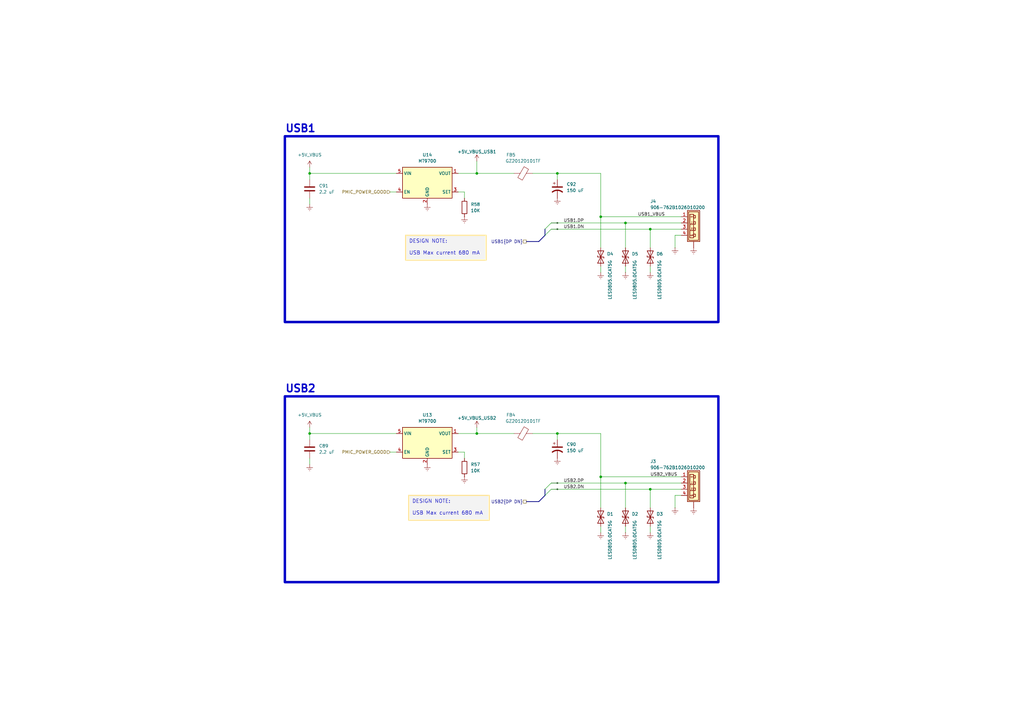
<source format=kicad_sch>
(kicad_sch (version 20231120) (generator "eeschema") (generator_version "8.0")
  (paper "A3")
  (title_block (title "i.MX6 Demo Board") (date "2024-05-26") (rev "00") (company "ts-manuel"))
  (lib_symbols
    (symbol "-- database:Capacitors/CAP_0603-2.2u-16V-X5R-10%" (pin_numbers hide) (pin_names (offset 0.254))
      (property "Reference" "C" (at 0.635 2.54 0))
      (property "Value" "2.2 uF" (at 0.635 -2.54 0))
      (symbol "Capacitors/CAP_0603-2.2u-16V-X5R-10%_0_1"
        (polyline (pts (xy -2.032 -0.762) (xy 2.032 -0.762)) (stroke (width 0.508)))
        (polyline (pts (xy -2.032 0.762) (xy 2.032 0.762)) (stroke (width 0.508)))
      )
      (symbol "Capacitors/CAP_0603-2.2u-16V-X5R-10%_1_1"
        (pin passive line (at 0 3.81 270) (length 2.794) (name "~") (number "1"))
        (pin passive line (at 0 -3.81 90) (length 2.794) (name "~") (number "2"))
      )
    )
    (symbol "-- database:Diodes/TVS_LESD8D5.0CAT5G" (pin_numbers hide) (pin_names (offset 1.016) hide)
      (property "Reference" "D" (at 0 2.54 0))
      (property "Value" "LESD8D5.0CAT5G" (at 0 -2.54 0))
      (symbol "Diodes/TVS_LESD8D5.0CAT5G_0_1"
        (polyline (pts (xy 1.27 0) (xy -1.27 0)))
        (polyline (pts (xy 0.508 1.27) (xy 0 1.27) (xy 0 -1.27) (xy -0.508 -1.27)) (stroke (width 0.254)))
        (polyline (pts (xy -2.54 1.27) (xy -2.54 -1.27) (xy 2.54 1.27) (xy 2.54 -1.27) (xy -2.54 1.27)) (stroke (width 0.254)))
      )
      (symbol "Diodes/TVS_LESD8D5.0CAT5G_1_1"
        (pin passive line (at -3.81 0 0) (length 2.54) (name "A1") (number "1"))
        (pin passive line (at 3.81 0 180) (length 2.54) (name "A2") (number "2"))
      )
    )
    (symbol "-- database:Generic/FB_GZ2012D101TF" (pin_numbers hide) (pin_names (offset 0))
      (property "Reference" "FB" (at -3.81 0.635 90))
      (property "Value" "GZ2012D101TF" (at 3.81 0 90))
      (symbol "Generic/FB_GZ2012D101TF_0_1"
        (polyline (pts (xy 0 -1.27) (xy 0 -1.2192)))
        (polyline (pts (xy 0 1.27) (xy 0 1.2954)))
        (polyline (pts (xy -2.7686 0.4064) (xy -1.7018 2.2606) (xy 2.7686 -0.3048) (xy 1.6764 -2.159) (xy -2.7686 0.4064)))
      )
      (symbol "Generic/FB_GZ2012D101TF_1_1"
        (pin passive line (at 0 3.81 270) (length 2.54) (name "~") (number "1"))
        (pin passive line (at 0 -3.81 90) (length 2.54) (name "~") (number "2"))
      )
    )
    (symbol "-- database:Integrated/INT-MT9700"
      (property "Reference" "U" (at 0.635 3.175 0))
      (property "Value" "MT9700" (at 0 0.635 0))
      (symbol "Integrated/INT-MT9700_1_0"
        (rectangle (start 0 0) (end 20.32 -12.7) (stroke (width 0.254) (color 128 0 0 1)) (fill (type background)))
        (pin power_out line (at 22.86 -2.54 180) (length 2.54) (name "VOUT") (number "1"))
        (pin power_in line (at 10.16 -15.24 90) (length 2.54) (name "GND") (number "2"))
        (pin passive line (at 22.86 -10.16 180) (length 2.54) (name "SET") (number "3"))
        (pin passive line (at -2.54 -10.16 0) (length 2.54) (name "EN") (number "4"))
        (pin power_in line (at -2.54 -2.54 0) (length 2.54) (name "VIN") (number "5"))
      )
    )
    (symbol "-- database:Mechanical/USB-A_906-762B1026D10200"
      (property "Reference" "J" (at 0.635 3.81 0))
      (property "Value" "906-762B1026D10200" (at 10.795 1.27 0))
      (symbol "Mechanical/USB-A_906-762B1026D10200_1_0"
        (rectangle (start 0 0) (end 5.08 -12.7) (stroke (width 0.254)) (fill (type background)))
        (rectangle (start 0.508 -0.508) (end 4.572 -12.192) (stroke (width 0.254)))
        (rectangle (start 2.54 -9.652) (end 1.778 -10.668) (stroke (width 0.254)))
        (rectangle (start 2.54 -7.112) (end 1.778 -8.128) (stroke (width 0.254)))
        (rectangle (start 2.54 -4.572) (end 1.778 -5.588) (stroke (width 0.254)))
        (rectangle (start 2.54 -2.032) (end 1.778 -3.048) (stroke (width 0.254)))
        (rectangle (start 4.064 -1.524) (end 2.54 -11.176) (stroke (width 0.254)))
        (text "D+" (at 3.302 -7.62 900) (effects (font (size 0.762 0.762))))
        (text "D-" (at 3.302 -5.08 900) (effects (font (size 0.762 0.762))))
        (text "G" (at 3.302 -10.16 900) (effects (font (size 0.762 0.762))))
        (text "V" (at 3.302 -2.54 900) (effects (font (size 0.762 0.762))))
        (pin passive line (at 2.54 -15.24 90) (length 2.54) (name "SHEELD") (number "0"))
        (pin passive line (at 7.62 -2.54 180) (length 2.54) (name "VBUS") (number "1"))
        (pin passive line (at 7.62 -5.08 180) (length 2.54) (name "D-") (number "2"))
        (pin passive line (at 7.62 -7.62 180) (length 2.54) (name "D+") (number "3"))
        (pin passive line (at 7.62 -10.16 180) (length 2.54) (name "GND") (number "4"))
      )
    )
    (symbol "-- database:Resistors/RES-SMD-0402-10K-1/16W-1%" (pin_numbers hide) (pin_names (offset 0))
      (property "Reference" "R" (at 2.032 0 90))
      (property "Value" "10K" (at 0 0 90))
      (symbol "Resistors/RES-SMD-0402-10K-1/16W-1%_0_1"
        (rectangle (start -1.016 -2.54) (end 1.016 2.54) (stroke (width 0.254)))
      )
      (symbol "Resistors/RES-SMD-0402-10K-1/16W-1%_1_1"
        (pin passive line (at 0 3.81 270) (length 1.27) (name "~") (number "1"))
        (pin passive line (at 0 -3.81 90) (length 1.27) (name "~") (number "2"))
      )
    )
    (symbol "db:Capacitors/CAP_TAJD157K010RNJ" (pin_numbers hide) (pin_names (offset 0.254) hide)
      (property "Reference" "C" (at 0.635 2.54 0))
      (property "Value" "150 uF" (at 0.635 -2.54 0))
      (symbol "Capacitors/CAP_TAJD157K010RNJ_0_1"
        (polyline (pts (xy -2.032 0.762) (xy 2.032 0.762)) (stroke (width 0.508)))
        (polyline (pts (xy -1.778 2.286) (xy -0.762 2.286)))
        (polyline (pts (xy -1.27 1.778) (xy -1.27 2.794)))
        (arc (start 2.032 -1.27) (mid 0 -0.5572) (end -2.032 -1.27) (stroke (width 0.508)))
      )
      (symbol "Capacitors/CAP_TAJD157K010RNJ_1_1"
        (pin passive line (at 0 3.81 270) (length 2.794) (name "~") (number "1"))
        (pin passive line (at 0 -3.81 90) (length 3.302) (name "~") (number "2"))
      )
    )
    (symbol "power:+9VA" (power) (pin_numbers hide) (pin_names (offset 0) hide)
      (property "Value" "+9VA" (at 0 3.556 0))
      (symbol "+9VA_0_1"
        (polyline (pts (xy -0.762 1.27) (xy 0 2.54)))
        (polyline (pts (xy 0 0) (xy 0 2.54)))
        (polyline (pts (xy 0 2.54) (xy 0.762 1.27)))
      )
      (symbol "+9VA_1_1"
        (pin power_in line (at 0 0 90) (length 0) (name "~") (number "1"))
      )
    )
    (symbol "power:GNDREF" (power) (pin_numbers hide) (pin_names (offset 0) hide)
      (property "Value" "GNDREF" (at 0 -3.81 0))
      (symbol "GNDREF_0_1"
        (polyline (pts (xy -0.635 -1.905) (xy 0.635 -1.905)))
        (polyline (pts (xy -0.127 -2.54) (xy 0.127 -2.54)))
        (polyline (pts (xy 0 -1.27) (xy 0 0)))
        (polyline (pts (xy 1.27 -1.27) (xy -1.27 -1.27)))
      )
      (symbol "GNDREF_1_1"
        (pin power_in line (at 0 0 270) (length 0) (name "~") (number "1"))
      )
    )
  )
  (junction (at 256.54 91.44))
  (junction (at 127 71.12))
  (junction (at 228.6 177.8))
  (junction (at 228.6 71.12))
  (junction (at 195.58 177.8))
  (junction (at 195.58 71.12))
  (junction (at 266.7 93.98))
  (junction (at 266.7 200.66))
  (junction (at 246.38 88.9))
  (junction (at 256.54 198.12))
  (junction (at 246.38 195.58))
  (junction (at 127 177.8))
  (bus_entry (at 223.52 96.52) (size 2.54 -2.54))
  (bus_entry (at 223.52 203.2) (size 2.54 -2.54))
  (bus_entry (at 223.52 200.66) (size 2.54 -2.54))
  (bus_entry (at 223.52 93.98) (size 2.54 -2.54))
  (wire (pts (xy 276.86 96.52) (xy 279.4 96.52)))
  (bus (pts (xy 215.9 205.74) (xy 220.98 205.74)))
  (wire (pts (xy 195.58 66.04) (xy 195.58 71.12)))
  (wire (pts (xy 160.02 185.42) (xy 162.56 185.42)))
  (wire (pts (xy 226.06 91.44) (xy 256.54 91.44)))
  (wire (pts (xy 190.5 185.42) (xy 190.5 187.96)))
  (wire (pts (xy 127 177.8) (xy 162.56 177.8)))
  (bus (pts (xy 223.52 93.98) (xy 223.52 96.52)))
  (wire (pts (xy 256.54 111.76) (xy 256.54 109.22)))
  (wire (pts (xy 266.7 93.98) (xy 266.7 101.6)))
  (wire (pts (xy 276.86 203.2) (xy 276.86 208.28)))
  (wire (pts (xy 246.38 88.9) (xy 246.38 101.6)))
  (wire (pts (xy 228.6 71.12) (xy 246.38 71.12)))
  (wire (pts (xy 218.44 177.8) (xy 228.6 177.8)))
  (wire (pts (xy 127 83.82) (xy 127 81.28)))
  (wire (pts (xy 246.38 218.44) (xy 246.38 215.9)))
  (bus (pts (xy 215.9 99.06) (xy 220.98 99.06)))
  (bus (pts (xy 223.52 96.52) (xy 220.98 99.06)))
  (wire (pts (xy 256.54 218.44) (xy 256.54 215.9)))
  (wire (pts (xy 195.58 177.8) (xy 210.82 177.8)))
  (wire (pts (xy 187.96 78.74) (xy 190.5 78.74)))
  (wire (pts (xy 276.86 203.2) (xy 279.4 203.2)))
  (bus (pts (xy 223.52 203.2) (xy 220.98 205.74)))
  (wire (pts (xy 127 177.8) (xy 127 180.34)))
  (wire (pts (xy 190.5 78.74) (xy 190.5 81.28)))
  (wire (pts (xy 226.06 200.66) (xy 266.7 200.66)))
  (wire (pts (xy 276.86 96.52) (xy 276.86 101.6)))
  (wire (pts (xy 127 68.58) (xy 127 71.12)))
  (wire (pts (xy 187.96 71.12) (xy 195.58 71.12)))
  (bus (pts (xy 223.52 200.66) (xy 223.52 203.2)))
  (wire (pts (xy 256.54 198.12) (xy 279.4 198.12)))
  (wire (pts (xy 228.6 177.8) (xy 228.6 180.34)))
  (wire (pts (xy 226.06 93.98) (xy 266.7 93.98)))
  (wire (pts (xy 127 71.12) (xy 162.56 71.12)))
  (wire (pts (xy 256.54 91.44) (xy 279.4 91.44)))
  (wire (pts (xy 246.38 177.8) (xy 246.38 195.58)))
  (wire (pts (xy 187.96 185.42) (xy 190.5 185.42)))
  (wire (pts (xy 160.02 78.74) (xy 162.56 78.74)))
  (wire (pts (xy 266.7 200.66) (xy 266.7 208.28)))
  (wire (pts (xy 256.54 198.12) (xy 256.54 208.28)))
  (wire (pts (xy 256.54 91.44) (xy 256.54 101.6)))
  (wire (pts (xy 246.38 111.76) (xy 246.38 109.22)))
  (wire (pts (xy 266.7 218.44) (xy 266.7 215.9)))
  (wire (pts (xy 228.6 71.12) (xy 228.6 73.66)))
  (wire (pts (xy 127 175.26) (xy 127 177.8)))
  (wire (pts (xy 246.38 195.58) (xy 279.4 195.58)))
  (wire (pts (xy 218.44 71.12) (xy 228.6 71.12)))
  (wire (pts (xy 246.38 195.58) (xy 246.38 208.28)))
  (wire (pts (xy 246.38 88.9) (xy 279.4 88.9)))
  (wire (pts (xy 246.38 71.12) (xy 246.38 88.9)))
  (wire (pts (xy 195.58 175.26) (xy 195.58 177.8)))
  (wire (pts (xy 187.96 177.8) (xy 195.58 177.8)))
  (wire (pts (xy 266.7 93.98) (xy 279.4 93.98)))
  (wire (pts (xy 127 190.5) (xy 127 187.96)))
  (wire (pts (xy 127 71.12) (xy 127 73.66)))
  (wire (pts (xy 226.06 198.12) (xy 256.54 198.12)))
  (wire (pts (xy 266.7 200.66) (xy 279.4 200.66)))
  (wire (pts (xy 195.58 71.12) (xy 210.82 71.12)))
  (wire (pts (xy 266.7 111.76) (xy 266.7 109.22)))
  (wire (pts (xy 228.6 177.8) (xy 246.38 177.8)))
  (rectangle (start 116.84 162.56) (end 294.64 238.76) (stroke (width 1)))
  (rectangle (start 116.84 55.88) (end 294.64 132.08) (stroke (width 1)))
  (text_box "DESIGN NOTE:\n\nUSB Max current 680 mA" (at 167.64 203.2 0) (size 33.02 10.16) (stroke (width 0.5) (color 255 229 153 1)) (fill (type color) (color 243 243 243 1)) (effects (font (size 1.5 1.5)) (justify left top)))
  (text_box "DESIGN NOTE:\n\nUSB Max current 680 mA" (at 166.37 96.52 0) (size 33.02 10.16) (stroke (width 0.5) (color 255 229 153 1)) (fill (type color) (color 243 243 243 1)) (effects (font (size 1.5 1.5)) (justify left top)))
  (text "USB1" (at 116.84 54.61 0) (effects (font (size 3.048 3.048) (bold yes)) (justify left bottom)))
  (text "USB2" (at 116.84 161.29 0) (effects (font (size 3.048 3.048) (bold yes)) (justify left bottom)))
  (label "USB1.DP" (at 231.14 91.44 0))
  (label "USB2_VBUS" (at 266.7 195.58 0))
  (label "USB1_VBUS" (at 261.62 88.9 0))
  (label "USB1.DN" (at 231.14 93.98 0))
  (label "USB2.DN" (at 231.14 200.66 0))
  (label "USB2.DP" (at 231.14 198.12 0))
  (hierarchical_label "PMIC_POWER_GOOD" (shape input) (at 160.02 78.74 180))
  (hierarchical_label "PMIC_POWER_GOOD" (shape input) (at 160.02 185.42 180))
  (hierarchical_label "USB1{DP DN}" (shape passive) (at 215.9 99.06 180))
  (hierarchical_label "USB2{DP DN}" (shape passive) (at 215.9 205.74 180))
  (netclass_flag "" (length 2.54) (shape dot) (at 226.06 200.66 270) (property "Netclass" "USB" (effects (hide yes))))
  (netclass_flag "" (length 2.54) (shape dot) (at 226.06 91.44 270) (property "Netclass" "USB" (effects (hide yes))))
  (netclass_flag "" (length 2.54) (shape dot) (at 226.06 93.98 270) (property "Netclass" "USB" (effects (hide yes))))
  (netclass_flag "" (length 2.54) (shape dot) (at 226.06 198.12 270) (property "Netclass" "USB" (effects (hide yes))))
  (symbol (lib_id "-- database:Capacitors/CAP_0603-2.2u-16V-X5R-10%") (at 127 77.47 0) (unit 1)
    (property "Reference" "C91" (at 130.81 76.1999 0) (effects (justify left)))
    (property "Value" "2.2 uF" (at 130.81 78.7399 0) (effects (justify left)))
    (property "Footprint" "ts_Passives:CAP-0603" (effects (hide yes)))
    (property "Description" "MLCC - SMD 0603 2.2uF 16V X5R 10%" (effects (hide yes)))
    (property "Voltage" "16 V" (effects (hide yes)))
    (property "Dielectric" "X5R" (effects (hide yes)))
    (property "Tollerance" "10 %" (effects (hide yes)))
    (property "Manufacturer" "Generic" (effects (hide yes)))
    (property "Mouser" "187-CL21A225KBQNNNE" (effects (hide yes)))
    (property "LCSC" "C23630" (effects (hide yes)))
    (property "Stock" "0" (effects (hide yes)))
  )
  (symbol (lib_id "-- database:Integrated/INT-MT9700") (at 165.1 68.58 0) (unit 1)
    (property "Reference" "U14" (at 175.26 63.5 0))
    (property "Value" "MT9700" (at 175.26 66.04 0))
    (property "Footprint" "Package_TO_SOT_SMD:SOT-23-5" (effects (hide yes)))
    (property "Datasheet" "https://wmsc.lcsc.com/wmsc/upload/file/pdf/v2/lcsc/1809291208_XI-AN-Aerosemi-Tech-MT9700_C89855.pdf" (effects (hide yes)))
    (property "Description" "SOT23-5 - Power Distribution Switch 80mOhm Fast Response Adjustable Current Limit" (effects (hide yes)))
    (property "LCSC" "C89855" (effects (hide yes)))
    (property "Manufacturer" "XI'AN Aerosemi Tech" (effects (hide yes)))
    (property "MPN" "MT9700" (effects (hide yes)))
    (property "Stock" "0" (effects (hide yes)))
  )
  (symbol (lib_id "power:GNDREF") (at 127 190.5 0) (unit 1)
    (property "Reference" "#PWR0153" (effects (hide yes)))
    (property "Value" "GNDREF" (effects (hide yes)))
    (property "Description" "Power symbol creates a global label with name \"GNDREF\" , reference supply ground" (effects (hide yes)))
  )
  (symbol (lib_id "-- database:Capacitors/CAP_0603-2.2u-16V-X5R-10%") (at 127 184.15 0) (unit 1)
    (property "Reference" "C89" (at 130.81 182.8799 0) (effects (justify left)))
    (property "Value" "2.2 uF" (at 130.81 185.4199 0) (effects (justify left)))
    (property "Footprint" "ts_Passives:CAP-0603" (effects (hide yes)))
    (property "Description" "MLCC - SMD 0603 2.2uF 16V X5R 10%" (effects (hide yes)))
    (property "Voltage" "16 V" (effects (hide yes)))
    (property "Dielectric" "X5R" (effects (hide yes)))
    (property "Tollerance" "10 %" (effects (hide yes)))
    (property "Manufacturer" "Generic" (effects (hide yes)))
    (property "Mouser" "187-CL21A225KBQNNNE" (effects (hide yes)))
    (property "LCSC" "C23630" (effects (hide yes)))
    (property "Stock" "0" (effects (hide yes)))
  )
  (symbol (lib_id "power:GNDREF") (at 276.86 208.28 0) (unit 1)
    (property "Reference" "#PWR0156" (effects (hide yes)))
    (property "Value" "GNDREF" (effects (hide yes)))
    (property "Description" "Power symbol creates a global label with name \"GNDREF\" , reference supply ground" (effects (hide yes)))
  )
  (symbol (lib_id "-- database:Diodes/TVS_LESD8D5.0CAT5G") (at 246.38 212.09 90) (unit 1)
    (property "Reference" "D1" (at 248.92 210.8199 90) (effects (justify right)))
    (property "Value" "LESD8D5.0CAT5G" (at 250.19 213.36 0) (effects (justify right)))
    (property "Footprint" "ts_Passives:D_SOD-882" (effects (hide yes)))
    (property "Description" "TVS SMD SOD882 - Bidirectional TVS Single Channel 5V 500nA 15pF" (effects (hide yes)))
    (property "Forward Voltage" "5 V" (effects (hide yes)))
    (property "Reverse Voltage" "5 V" (effects (hide yes)))
    (property "Reverse Current" "500 nA" (effects (hide yes)))
    (property "Manufacturer" "LCR" (effects (hide yes)))
    (property "MPN" "LESD8D5.0CAT5G" (effects (hide yes)))
    (property "LCSC" "C172411" (effects (hide yes)))
    (property "Stock" "0" (effects (hide yes)))
  )
  (symbol (lib_id "power:GNDREF") (at 284.48 101.6 0) (unit 1)
    (property "Reference" "#PWR0168" (effects (hide yes)))
    (property "Value" "GNDREF" (effects (hide yes)))
    (property "Description" "Power symbol creates a global label with name \"GNDREF\" , reference supply ground" (effects (hide yes)))
  )
  (symbol (lib_id "power:GNDREF") (at 175.26 190.5 0) (unit 1)
    (property "Reference" "#PWR0154" (effects (hide yes)))
    (property "Value" "GNDREF" (effects (hide yes)))
    (property "Description" "Power symbol creates a global label with name \"GNDREF\" , reference supply ground" (effects (hide yes)))
  )
  (symbol (lib_id "-- database:Diodes/TVS_LESD8D5.0CAT5G") (at 256.54 212.09 90) (unit 1)
    (property "Reference" "D2" (at 259.08 210.8199 90) (effects (justify right)))
    (property "Value" "LESD8D5.0CAT5G" (at 260.35 213.36 0) (effects (justify right)))
    (property "Footprint" "ts_Passives:D_SOD-882" (effects (hide yes)))
    (property "Description" "TVS SMD SOD882 - Bidirectional TVS Single Channel 5V 500nA 15pF" (effects (hide yes)))
    (property "Forward Voltage" "5 V" (effects (hide yes)))
    (property "Reverse Voltage" "5 V" (effects (hide yes)))
    (property "Reverse Current" "500 nA" (effects (hide yes)))
    (property "Manufacturer" "LCR" (effects (hide yes)))
    (property "MPN" "LESD8D5.0CAT5G" (effects (hide yes)))
    (property "LCSC" "C172411" (effects (hide yes)))
    (property "Stock" "0" (effects (hide yes)))
  )
  (symbol (lib_id "power:GNDREF") (at 276.86 101.6 0) (unit 1)
    (property "Reference" "#PWR0167" (effects (hide yes)))
    (property "Value" "GNDREF" (effects (hide yes)))
    (property "Description" "Power symbol creates a global label with name \"GNDREF\" , reference supply ground" (effects (hide yes)))
  )
  (symbol (lib_id "power:+9VA") (at 195.58 175.26 0) (unit 1)
    (property "Reference" "#PWR0151" (effects (hide yes)))
    (property "Value" "+5V_VBUS_USB2" (at 195.58 171.45 0))
    (property "Description" "Power symbol creates a global label with name \"+9VA\"" (effects (hide yes)))
  )
  (symbol (lib_id "power:GNDREF") (at 284.48 208.28 0) (unit 1)
    (property "Reference" "#PWR0157" (effects (hide yes)))
    (property "Value" "GNDREF" (effects (hide yes)))
    (property "Description" "Power symbol creates a global label with name \"GNDREF\" , reference supply ground" (effects (hide yes)))
  )
  (symbol (lib_id "db:Capacitors/CAP_TAJD157K010RNJ") (at 228.6 77.47 0) (unit 1)
    (property "Reference" "C92" (at 232.41 75.5649 0) (effects (justify left)))
    (property "Value" "150 uF" (at 232.41 78.1049 0) (effects (justify left)))
    (property "Footprint" "Capacitor_Tantalum_SMD:CP_EIA-7343-31_Kemet-D" (effects (hide yes)))
    (property "Description" "TAN - SMD D 150uF 10V 20% 900mOhm" (effects (hide yes)))
    (property "Voltage" "10 V" (effects (hide yes)))
    (property "Dielectric" "TAN" (effects (hide yes)))
    (property "Tollerance" "10 %" (effects (hide yes)))
    (property "Manufacturer" "AVX" (effects (hide yes)))
    (property "MPN" "TAJD157K010RNJ" (effects (hide yes)))
    (property "Mouser" "581-TAJD157K010R" (effects (hide yes)))
    (property "LCSC" " C127980" (effects (hide yes)))
    (property "Stock" "0" (effects (hide yes)))
  )
  (symbol (lib_id "power:GNDREF") (at 266.7 111.76 0) (unit 1)
    (property "Reference" "#PWR0171" (effects (hide yes)))
    (property "Value" "GNDREF" (effects (hide yes)))
    (property "Description" "Power symbol creates a global label with name \"GNDREF\" , reference supply ground" (effects (hide yes)))
  )
  (symbol (lib_id "power:+9VA") (at 195.58 66.04 0) (unit 1)
    (property "Reference" "#PWR0162" (effects (hide yes)))
    (property "Value" "+5V_VBUS_USB1" (at 195.58 62.23 0))
    (property "Description" "Power symbol creates a global label with name \"+9VA\"" (effects (hide yes)))
  )
  (symbol (lib_id "-- database:Diodes/TVS_LESD8D5.0CAT5G") (at 246.38 105.41 90) (unit 1)
    (property "Reference" "D4" (at 248.92 104.1399 90) (effects (justify right)))
    (property "Value" "LESD8D5.0CAT5G" (at 250.19 106.68 0) (effects (justify right)))
    (property "Footprint" "ts_Passives:D_SOD-882" (effects (hide yes)))
    (property "Description" "TVS SMD SOD882 - Bidirectional TVS Single Channel 5V 500nA 15pF" (effects (hide yes)))
    (property "Forward Voltage" "5 V" (effects (hide yes)))
    (property "Reverse Voltage" "5 V" (effects (hide yes)))
    (property "Reverse Current" "500 nA" (effects (hide yes)))
    (property "Manufacturer" "LCR" (effects (hide yes)))
    (property "MPN" "LESD8D5.0CAT5G" (effects (hide yes)))
    (property "LCSC" "C172411" (effects (hide yes)))
    (property "Stock" "0" (effects (hide yes)))
  )
  (symbol (lib_id "power:GNDREF") (at 190.5 195.58 0) (unit 1)
    (property "Reference" "#PWR0155" (effects (hide yes)))
    (property "Value" "GNDREF" (effects (hide yes)))
    (property "Description" "Power symbol creates a global label with name \"GNDREF\" , reference supply ground" (effects (hide yes)))
  )
  (symbol (lib_id "-- database:Generic/FB_GZ2012D101TF") (at 214.63 71.12 90) (unit 1)
    (property "Reference" "FB5" (at 209.55 63.5 90))
    (property "Value" "GZ2012D101TF" (at 214.5792 66.04 90))
    (property "Footprint" "ts_Passives:FB-0805" (effects (hide yes)))
    (property "Description" "Multilayer Chip Ferrite Bead SMD 0805 100Ohm @100MHz 500mA 150mOhm 25%" (effects (hide yes)))
    (property "Manufacturer" "Sunlord" (effects (hide yes)))
    (property "MPN" "GZ2012D101TF" (effects (hide yes)))
    (property "LCSC" "C1015" (effects (hide yes)))
  )
  (symbol (lib_id "-- database:Diodes/TVS_LESD8D5.0CAT5G") (at 266.7 212.09 90) (unit 1)
    (property "Reference" "D3" (at 269.24 210.8199 90) (effects (justify right)))
    (property "Value" "LESD8D5.0CAT5G" (at 270.51 213.36 0) (effects (justify right)))
    (property "Footprint" "ts_Passives:D_SOD-882" (effects (hide yes)))
    (property "Description" "TVS SMD SOD882 - Bidirectional TVS Single Channel 5V 500nA 15pF" (effects (hide yes)))
    (property "Forward Voltage" "5 V" (effects (hide yes)))
    (property "Reverse Voltage" "5 V" (effects (hide yes)))
    (property "Reverse Current" "500 nA" (effects (hide yes)))
    (property "Manufacturer" "LCR" (effects (hide yes)))
    (property "MPN" "LESD8D5.0CAT5G" (effects (hide yes)))
    (property "LCSC" "C172411" (effects (hide yes)))
    (property "Stock" "0" (effects (hide yes)))
  )
  (symbol (lib_id "power:GNDREF") (at 228.6 81.28 0) (unit 1)
    (property "Reference" "#PWR0163" (effects (hide yes)))
    (property "Value" "GNDREF" (effects (hide yes)))
    (property "Description" "Power symbol creates a global label with name \"GNDREF\" , reference supply ground" (effects (hide yes)))
  )
  (symbol (lib_id "-- database:Generic/FB_GZ2012D101TF") (at 214.63 177.8 90) (unit 1)
    (property "Reference" "FB4" (at 209.55 170.18 90))
    (property "Value" "GZ2012D101TF" (at 214.5792 172.72 90))
    (property "Footprint" "ts_Passives:FB-0805" (effects (hide yes)))
    (property "Description" "Multilayer Chip Ferrite Bead SMD 0805 100Ohm @100MHz 500mA 150mOhm 25%" (effects (hide yes)))
    (property "Manufacturer" "Sunlord" (effects (hide yes)))
    (property "MPN" "GZ2012D101TF" (effects (hide yes)))
    (property "LCSC" "C1015" (effects (hide yes)))
  )
  (symbol (lib_id "db:Capacitors/CAP_TAJD157K010RNJ") (at 228.6 184.15 0) (unit 1)
    (property "Reference" "C90" (at 232.41 182.2449 0) (effects (justify left)))
    (property "Value" "150 uF" (at 232.41 184.7849 0) (effects (justify left)))
    (property "Footprint" "Capacitor_Tantalum_SMD:CP_EIA-7343-31_Kemet-D" (effects (hide yes)))
    (property "Description" "TAN - SMD D 150uF 10V 20% 900mOhm" (effects (hide yes)))
    (property "Voltage" "10 V" (effects (hide yes)))
    (property "Dielectric" "TAN" (effects (hide yes)))
    (property "Tollerance" "10 %" (effects (hide yes)))
    (property "Manufacturer" "AVX" (effects (hide yes)))
    (property "MPN" "TAJD157K010RNJ" (effects (hide yes)))
    (property "Mouser" "581-TAJD157K010R" (effects (hide yes)))
    (property "LCSC" " C127980" (effects (hide yes)))
    (property "Stock" "0" (effects (hide yes)))
  )
  (symbol (lib_id "power:GNDREF") (at 228.6 187.96 0) (unit 1)
    (property "Reference" "#PWR0152" (effects (hide yes)))
    (property "Value" "GNDREF" (effects (hide yes)))
    (property "Description" "Power symbol creates a global label with name \"GNDREF\" , reference supply ground" (effects (hide yes)))
  )
  (symbol (lib_id "-- database:Resistors/RES-SMD-0402-10K-1/16W-1%") (at 190.5 85.09 0) (unit 1)
    (property "Reference" "R58" (at 193.04 83.8199 0) (effects (justify left)))
    (property "Value" "10K" (at 193.04 86.3599 0) (effects (justify left)))
    (property "Footprint" "ts_Passives:RES-0402" (effects (hide yes)))
    (property "Description" "Thick Film Resistor - SMD 0402 10K 1% 1/16W" (effects (hide yes)))
    (property "Tollerance" "1%" (effects (hide yes)))
    (property "Power" "1/16W" (effects (hide yes)))
    (property "Manufacturer" "Generic" (effects (hide yes)))
    (property "Mouser" "303-0402WGF1002TCE" (effects (hide yes)))
    (property "LCSC" "C25744" (effects (hide yes)))
    (property "Stock" "0" (effects (hide yes)))
  )
  (symbol (lib_id "power:GNDREF") (at 246.38 111.76 0) (unit 1)
    (property "Reference" "#PWR0169" (effects (hide yes)))
    (property "Value" "GNDREF" (effects (hide yes)))
    (property "Description" "Power symbol creates a global label with name \"GNDREF\" , reference supply ground" (effects (hide yes)))
  )
  (symbol (lib_id "power:GNDREF") (at 266.7 218.44 0) (unit 1)
    (property "Reference" "#PWR0160" (effects (hide yes)))
    (property "Value" "GNDREF" (effects (hide yes)))
    (property "Description" "Power symbol creates a global label with name \"GNDREF\" , reference supply ground" (effects (hide yes)))
  )
  (symbol (lib_id "-- database:Mechanical/USB-A_906-762B1026D10200") (at 287.02 86.36 0) (mirror y) (unit 1)
    (property "Reference" "J4" (at 266.7 82.55 0) (effects (justify right)))
    (property "Value" "906-762B1026D10200" (at 266.7 85.09 0) (effects (justify right)))
    (property "Footprint" "ts_Mechanical:USB-TypeA-906-762B1026D10200" (effects (hide yes)))
    (property "Datasheet" "https://wmsc.lcsc.com/wmsc/upload/file/pdf/v2/lcsc/2106061905_Jing-Extension-of-the-Electronic-Co--906-762B1026D10200_C2763240.pdf" (effects (hide yes)))
    (property "Description" "USB Type-A THT Female Side Insertion" (effects (hide yes)))
    (property "LCSC" "C2763240" (effects (hide yes)))
    (property "Manufacturer" "Jing Extension of the Electronic Co." (effects (hide yes)))
    (property "MPN" "906-762B1026D10200" (effects (hide yes)))
    (property "Stock" "0" (effects (hide yes)))
  )
  (symbol (lib_id "power:GNDREF") (at 256.54 111.76 0) (unit 1)
    (property "Reference" "#PWR0170" (effects (hide yes)))
    (property "Value" "GNDREF" (effects (hide yes)))
    (property "Description" "Power symbol creates a global label with name \"GNDREF\" , reference supply ground" (effects (hide yes)))
  )
  (symbol (lib_id "-- database:Diodes/TVS_LESD8D5.0CAT5G") (at 266.7 105.41 90) (unit 1)
    (property "Reference" "D6" (at 269.24 104.1399 90) (effects (justify right)))
    (property "Value" "LESD8D5.0CAT5G" (at 270.51 106.68 0) (effects (justify right)))
    (property "Footprint" "ts_Passives:D_SOD-882" (effects (hide yes)))
    (property "Description" "TVS SMD SOD882 - Bidirectional TVS Single Channel 5V 500nA 15pF" (effects (hide yes)))
    (property "Forward Voltage" "5 V" (effects (hide yes)))
    (property "Reverse Voltage" "5 V" (effects (hide yes)))
    (property "Reverse Current" "500 nA" (effects (hide yes)))
    (property "Manufacturer" "LCR" (effects (hide yes)))
    (property "MPN" "LESD8D5.0CAT5G" (effects (hide yes)))
    (property "LCSC" "C172411" (effects (hide yes)))
    (property "Stock" "0" (effects (hide yes)))
  )
  (symbol (lib_id "power:GNDREF") (at 127 83.82 0) (unit 1)
    (property "Reference" "#PWR0164" (effects (hide yes)))
    (property "Value" "GNDREF" (effects (hide yes)))
    (property "Description" "Power symbol creates a global label with name \"GNDREF\" , reference supply ground" (effects (hide yes)))
  )
  (symbol (lib_id "-- database:Diodes/TVS_LESD8D5.0CAT5G") (at 256.54 105.41 90) (unit 1)
    (property "Reference" "D5" (at 259.08 104.1399 90) (effects (justify right)))
    (property "Value" "LESD8D5.0CAT5G" (at 260.35 106.68 0) (effects (justify right)))
    (property "Footprint" "ts_Passives:D_SOD-882" (effects (hide yes)))
    (property "Description" "TVS SMD SOD882 - Bidirectional TVS Single Channel 5V 500nA 15pF" (effects (hide yes)))
    (property "Forward Voltage" "5 V" (effects (hide yes)))
    (property "Reverse Voltage" "5 V" (effects (hide yes)))
    (property "Reverse Current" "500 nA" (effects (hide yes)))
    (property "Manufacturer" "LCR" (effects (hide yes)))
    (property "MPN" "LESD8D5.0CAT5G" (effects (hide yes)))
    (property "LCSC" "C172411" (effects (hide yes)))
    (property "Stock" "0" (effects (hide yes)))
  )
  (symbol (lib_id "-- database:Resistors/RES-SMD-0402-10K-1/16W-1%") (at 190.5 191.77 0) (unit 1)
    (property "Reference" "R57" (at 193.04 190.4999 0) (effects (justify left)))
    (property "Value" "10K" (at 193.04 193.0399 0) (effects (justify left)))
    (property "Footprint" "ts_Passives:RES-0402" (effects (hide yes)))
    (property "Description" "Thick Film Resistor - SMD 0402 10K 1% 1/16W" (effects (hide yes)))
    (property "Tollerance" "1%" (effects (hide yes)))
    (property "Power" "1/16W" (effects (hide yes)))
    (property "Manufacturer" "Generic" (effects (hide yes)))
    (property "Mouser" "303-0402WGF1002TCE" (effects (hide yes)))
    (property "LCSC" "C25744" (effects (hide yes)))
    (property "Stock" "0" (effects (hide yes)))
  )
  (symbol (lib_id "-- database:Mechanical/USB-A_906-762B1026D10200") (at 287.02 193.04 0) (mirror y) (unit 1)
    (property "Reference" "J3" (at 266.7 189.23 0) (effects (justify right)))
    (property "Value" "906-762B1026D10200" (at 266.7 191.77 0) (effects (justify right)))
    (property "Footprint" "ts_Mechanical:USB-TypeA-906-762B1026D10200" (effects (hide yes)))
    (property "Datasheet" "https://wmsc.lcsc.com/wmsc/upload/file/pdf/v2/lcsc/2106061905_Jing-Extension-of-the-Electronic-Co--906-762B1026D10200_C2763240.pdf" (effects (hide yes)))
    (property "Description" "USB Type-A THT Female Side Insertion" (effects (hide yes)))
    (property "LCSC" "C2763240" (effects (hide yes)))
    (property "Manufacturer" "Jing Extension of the Electronic Co." (effects (hide yes)))
    (property "MPN" "906-762B1026D10200" (effects (hide yes)))
    (property "Stock" "0" (effects (hide yes)))
  )
  (symbol (lib_id "power:+9VA") (at 127 68.58 0) (unit 1)
    (property "Reference" "#PWR0161" (effects (hide yes)))
    (property "Value" "+5V_VBUS" (at 127 63.5 0))
    (property "Description" "Power symbol creates a global label with name \"+9VA\"" (effects (hide yes)))
  )
  (symbol (lib_id "-- database:Integrated/INT-MT9700") (at 165.1 175.26 0) (unit 1)
    (property "Reference" "U13" (at 175.26 170.18 0))
    (property "Value" "MT9700" (at 175.26 172.72 0))
    (property "Footprint" "Package_TO_SOT_SMD:SOT-23-5" (effects (hide yes)))
    (property "Datasheet" "https://wmsc.lcsc.com/wmsc/upload/file/pdf/v2/lcsc/1809291208_XI-AN-Aerosemi-Tech-MT9700_C89855.pdf" (effects (hide yes)))
    (property "Description" "SOT23-5 - Power Distribution Switch 80mOhm Fast Response Adjustable Current Limit" (effects (hide yes)))
    (property "LCSC" "C89855" (effects (hide yes)))
    (property "Manufacturer" "XI'AN Aerosemi Tech" (effects (hide yes)))
    (property "MPN" "MT9700" (effects (hide yes)))
    (property "Stock" "0" (effects (hide yes)))
  )
  (symbol (lib_id "power:GNDREF") (at 246.38 218.44 0) (unit 1)
    (property "Reference" "#PWR0158" (effects (hide yes)))
    (property "Value" "GNDREF" (effects (hide yes)))
    (property "Description" "Power symbol creates a global label with name \"GNDREF\" , reference supply ground" (effects (hide yes)))
  )
  (symbol (lib_id "power:GNDREF") (at 256.54 218.44 0) (unit 1)
    (property "Reference" "#PWR0159" (effects (hide yes)))
    (property "Value" "GNDREF" (effects (hide yes)))
    (property "Description" "Power symbol creates a global label with name \"GNDREF\" , reference supply ground" (effects (hide yes)))
  )
  (symbol (lib_id "power:GNDREF") (at 175.26 83.82 0) (unit 1)
    (property "Reference" "#PWR0165" (effects (hide yes)))
    (property "Value" "GNDREF" (effects (hide yes)))
    (property "Description" "Power symbol creates a global label with name \"GNDREF\" , reference supply ground" (effects (hide yes)))
  )
  (symbol (lib_id "power:GNDREF") (at 190.5 88.9 0) (unit 1)
    (property "Reference" "#PWR0166" (effects (hide yes)))
    (property "Value" "GNDREF" (effects (hide yes)))
    (property "Description" "Power symbol creates a global label with name \"GNDREF\" , reference supply ground" (effects (hide yes)))
  )
  (symbol (lib_id "power:+9VA") (at 127 175.26 0) (unit 1)
    (property "Reference" "#PWR0150" (effects (hide yes)))
    (property "Value" "+5V_VBUS" (at 127 170.18 0))
    (property "Description" "Power symbol creates a global label with name \"+9VA\"" (effects (hide yes)))
  )
)
</source>
